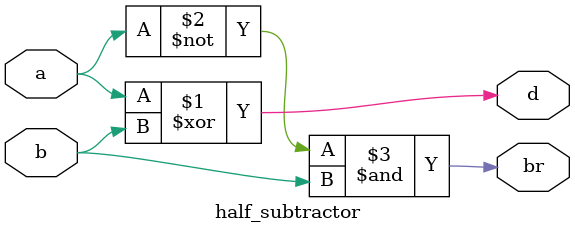
<source format=v>
module half_subtractor (a,b,d,br);
  input a,b;
  output d,br;
  wire d,br;
  assign d=a^b;
  assign br=(~a)&b;
endmodule

</source>
